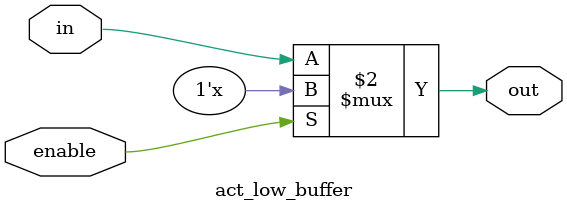
<source format=v>
`timescale 1ns / 1ps

module act_low_buffer(in, out, enable);
    input in, enable;
    output   out;
  //  reg out;
    assign out = (~enable) ? in: 1'bz;
/*   always @(**//*in or enable*//*)
    begin
        if(enable)
            out = 1'bz;
        else
            out = in;
    end
    */
endmodule

</source>
